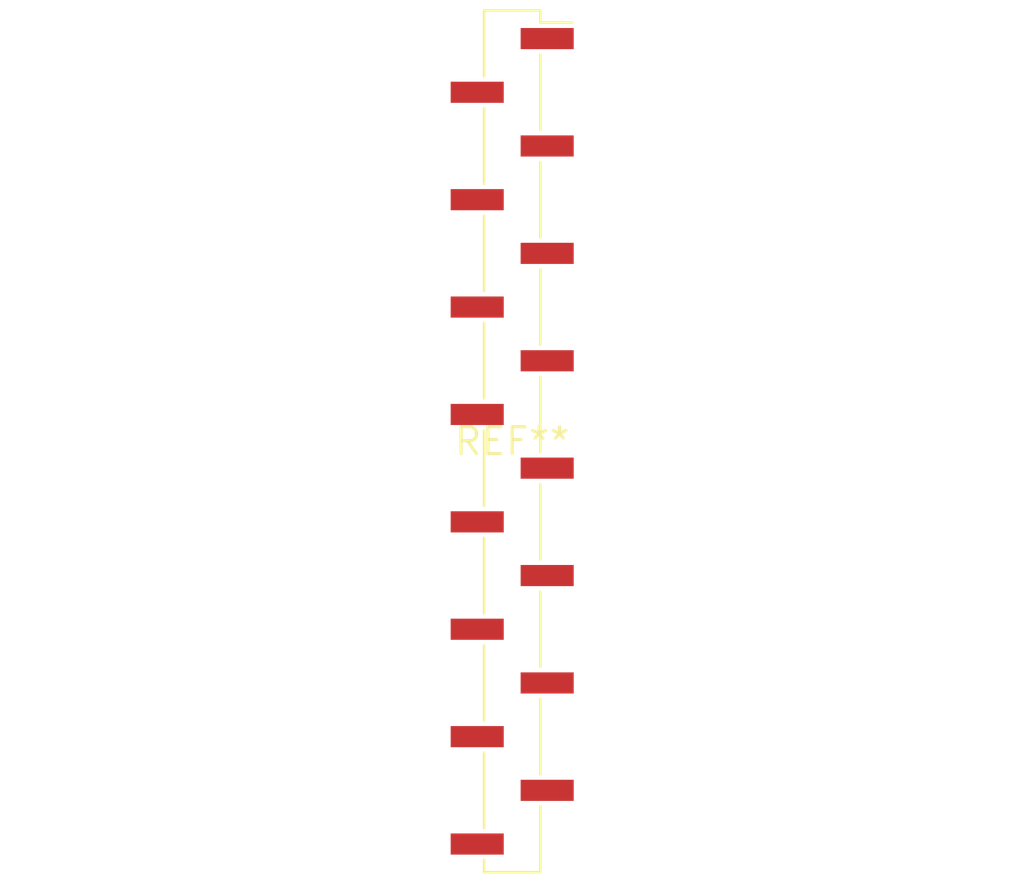
<source format=kicad_pcb>
(kicad_pcb (version 20240108) (generator pcbnew)
  (layers (0 "F.Cu" signal) (31 "B.Cu" signal) (34 "B.Paste" user) (35 "F.Paste" user) (36 "B.SilkS" user "B.Silkscreen") (37 "F.SilkS" user "F.Silkscreen") (38 "B.Mask" user) (39 "F.Mask" user) (44 "Edge.Cuts" user))
  (net 0 "")
  (footprint "PinHeader_1x16_P2.54mm_Vertical_SMD_Pin1Right" (layer "F.Cu") (at 0 0)
    (property "Reference" "REF**")
    (property "Value" "PinHeader_1x16_P2.54mm_Vertical_SMD_Pin1Right")
    (fp_line (start -1.33 -20.38) (end -1.33 -17.27) (layer "F.SilkS") (stroke (width 0.12)))
    (fp_line (start -1.33 -20.38) (end 1.33 -20.38) (layer "F.SilkS") (stroke (width 0.12)))
    (fp_line (start -1.33 -15.75) (end -1.33 -12.19) (layer "F.SilkS") (stroke (width 0.12)))
    (fp_line (start -1.33 -10.67) (end -1.33 -7.11) (layer "F.SilkS") (stroke (width 0.12)))
    (fp_line (start -1.33 -5.59) (end -1.33 -2.03) (layer "F.SilkS") (stroke (width 0.12)))
    (fp_line (start -1.33 -0.51) (end -1.33 3.05) (layer "F.SilkS") (stroke (width 0.12)))
    (fp_line (start -1.33 4.57) (end -1.33 8.13) (layer "F.SilkS") (stroke (width 0.12)))
    (fp_line (start -1.33 9.65) (end -1.33 13.21) (layer "F.SilkS") (stroke (width 0.12)))
    (fp_line (start -1.33 14.73) (end -1.33 18.29) (layer "F.SilkS") (stroke (width 0.12)))
    (fp_line (start -1.33 19.81) (end -1.33 20.38) (layer "F.SilkS") (stroke (width 0.12)))
    (fp_line (start -1.33 20.38) (end 1.33 20.38) (layer "F.SilkS") (stroke (width 0.12)))
    (fp_line (start 1.33 -20.38) (end 1.33 -19.81) (layer "F.SilkS") (stroke (width 0.12)))
    (fp_line (start 1.33 -19.81) (end 2.85 -19.81) (layer "F.SilkS") (stroke (width 0.12)))
    (fp_line (start 1.33 -18.29) (end 1.33 -14.73) (layer "F.SilkS") (stroke (width 0.12)))
    (fp_line (start 1.33 -13.21) (end 1.33 -9.65) (layer "F.SilkS") (stroke (width 0.12)))
    (fp_line (start 1.33 -8.13) (end 1.33 -4.57) (layer "F.SilkS") (stroke (width 0.12)))
    (fp_line (start 1.33 -3.05) (end 1.33 0.51) (layer "F.SilkS") (stroke (width 0.12)))
    (fp_line (start 1.33 2.03) (end 1.33 5.59) (layer "F.SilkS") (stroke (width 0.12)))
    (fp_line (start 1.33 7.11) (end 1.33 10.67) (layer "F.SilkS") (stroke (width 0.12)))
    (fp_line (start 1.33 12.19) (end 1.33 15.75) (layer "F.SilkS") (stroke (width 0.12)))
    (fp_line (start 1.33 17.27) (end 1.33 20.38) (layer "F.SilkS") (stroke (width 0.12)))
    (pad "1" smd rect (at 1.655 -19.05) (size 2.51 1) (layers "F.Cu" "F.Paste" "F.Mask"))
    (pad "2" smd rect (at -1.655 -16.51) (size 2.51 1) (layers "F.Cu" "F.Paste" "F.Mask"))
    (pad "3" smd rect (at 1.655 -13.97) (size 2.51 1) (layers "F.Cu" "F.Paste" "F.Mask"))
    (pad "4" smd rect (at -1.655 -11.43) (size 2.51 1) (layers "F.Cu" "F.Paste" "F.Mask"))
    (pad "5" smd rect (at 1.655 -8.89) (size 2.51 1) (layers "F.Cu" "F.Paste" "F.Mask"))
    (pad "6" smd rect (at -1.655 -6.35) (size 2.51 1) (layers "F.Cu" "F.Paste" "F.Mask"))
    (pad "7" smd rect (at 1.655 -3.81) (size 2.51 1) (layers "F.Cu" "F.Paste" "F.Mask"))
    (pad "8" smd rect (at -1.655 -1.27) (size 2.51 1) (layers "F.Cu" "F.Paste" "F.Mask"))
    (pad "9" smd rect (at 1.655 1.27) (size 2.51 1) (layers "F.Cu" "F.Paste" "F.Mask"))
    (pad "10" smd rect (at -1.655 3.81) (size 2.51 1) (layers "F.Cu" "F.Paste" "F.Mask"))
    (pad "11" smd rect (at 1.655 6.35) (size 2.51 1) (layers "F.Cu" "F.Paste" "F.Mask"))
    (pad "12" smd rect (at -1.655 8.89) (size 2.51 1) (layers "F.Cu" "F.Paste" "F.Mask"))
    (pad "13" smd rect (at 1.655 11.43) (size 2.51 1) (layers "F.Cu" "F.Paste" "F.Mask"))
    (pad "14" smd rect (at -1.655 13.97) (size 2.51 1) (layers "F.Cu" "F.Paste" "F.Mask"))
    (pad "15" smd rect (at 1.655 16.51) (size 2.51 1) (layers "F.Cu" "F.Paste" "F.Mask"))
    (pad "16" smd rect (at -1.655 19.05) (size 2.51 1) (layers "F.Cu" "F.Paste" "F.Mask"))
  )
)
</source>
